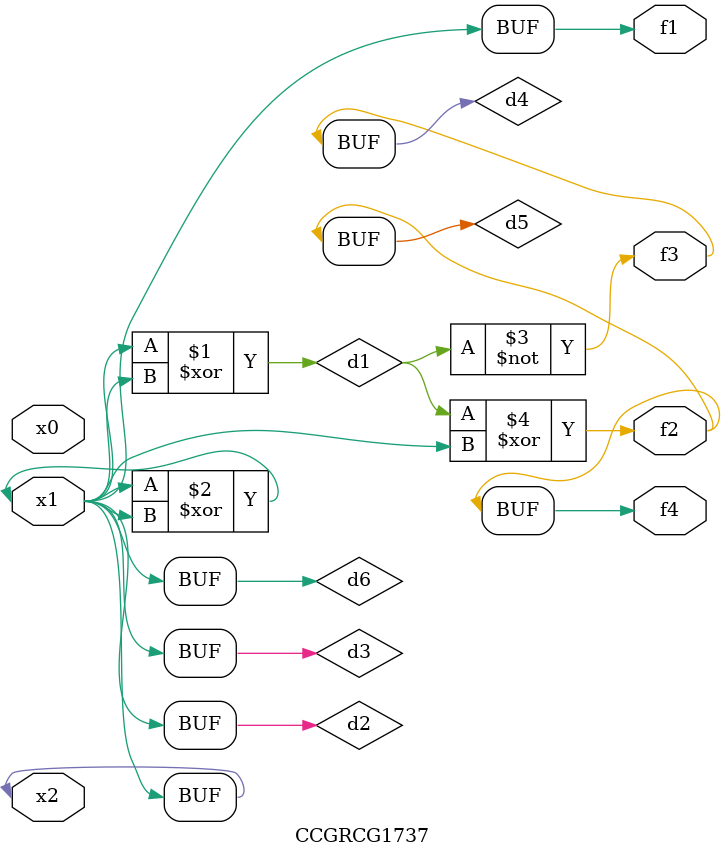
<source format=v>
module CCGRCG1737(
	input x0, x1, x2,
	output f1, f2, f3, f4
);

	wire d1, d2, d3, d4, d5, d6;

	xor (d1, x1, x2);
	buf (d2, x1, x2);
	xor (d3, x1, x2);
	nor (d4, d1);
	xor (d5, d1, d2);
	buf (d6, d2, d3);
	assign f1 = d6;
	assign f2 = d5;
	assign f3 = d4;
	assign f4 = d5;
endmodule

</source>
